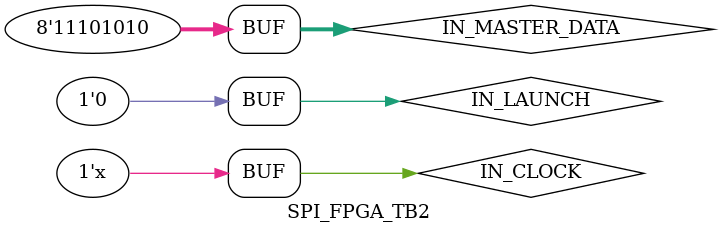
<source format=v>
module SPI_FPGA_TB2
#(
	parameter BIT_PER_SECOND			=	12500000,
	parameter CLOCK_FREQUENCY			=	50000000,
	parameter PACK_LENGTH				=	8,
	parameter CPOL							=	1'b0,
	parameter CPHA							=	1'b0,
	parameter CLKS_PER_BIT_LOG_2		=	$clog2(CLOCK_FREQUENCY/(BIT_PER_SECOND*2)),
	parameter PACK_LENGTH_LOG_2		=	$clog2(PACK_LENGTH),
	parameter MASTER_PACK_BIT_SEQUENCE_TRANSMIT=1,	//1-major bit forward;0-junior bit forward;
	parameter MASTER_PACK_BIT_SEQUENCE_RECEIVE=1,		//1-major bit forward;0-junior bit forward;
	parameter SLAVE_PACK_BIT_SEQUENCE_TRANSMIT=1,	//1-major bit forward;0-junior bit forward;
	parameter SLAVE_PACK_BIT_SEQUENCE_RECEIVE=1 	//1-major bit forward;0-junior bit forward;
);

	localparam PERIOD_IN_CLOCK_NS=1000000000/CLOCK_FREQUENCY;
	
	wire CS,	MISO,	MOSI, SCLK;
	reg [PACK_LENGTH-1:0]	IN_MASTER_DATA;
	wire [PACK_LENGTH-1:0]	OUT_MASTER_RECEIVE_DATA;
	reg IN_CLOCK, IN_LAUNCH;
	SPI_FPGA_MASTER
	#(
		.BIT_PER_SECOND(BIT_PER_SECOND),
		.CLOCK_FREQUENCY(CLOCK_FREQUENCY),
		.PACK_LENGTH(PACK_LENGTH),
		.CPOL(CPOL),
		.CPHA(CPHA),
		.PACK_BIT_SEQUENCE_TRANSMIT(MASTER_PACK_BIT_SEQUENCE_TRANSMIT),
		.PACK_BIT_SEQUENCE_RECEIVE(MASTER_PACK_BIT_SEQUENCE_RECEIVE)
	)
	MASTER
	(
		IN_CLOCK,
		IN_LAUNCH,
		IN_MASTER_DATA,
		MISO,
		MOSI,
		CS,
		SCLK,
		OUT_MASTER_RECEIVE_DATA,
		OUT_MASTER_ACTION_DONE
	);

	
	initial begin
		//initial master
		IN_CLOCK=0;
		IN_MASTER_DATA=0;
		IN_LAUNCH=0;
	
	end
	always begin
		#(PERIOD_IN_CLOCK_NS/2);
		IN_CLOCK=!IN_CLOCK;
	end
	
	initial begin
		#(PERIOD_IN_CLOCK_NS*10);
		IN_MASTER_DATA=8'b11101010;
		#(PERIOD_IN_CLOCK_NS*3);
		IN_LAUNCH=1;
		#(PERIOD_IN_CLOCK_NS*5);
		IN_LAUNCH=0;
	end	
endmodule

</source>
